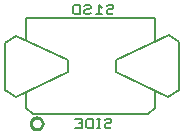
<source format=gbo>
G75*
%MOIN*%
%OFA0B0*%
%FSLAX24Y24*%
%IPPOS*%
%LPD*%
%AMOC8*
5,1,8,0,0,1.08239X$1,22.5*
%
%ADD10C,0.0100*%
%ADD11C,0.0050*%
%ADD12C,0.0070*%
D10*
X010082Y011233D02*
X010084Y011260D01*
X010090Y011287D01*
X010099Y011313D01*
X010112Y011337D01*
X010128Y011360D01*
X010147Y011379D01*
X010169Y011396D01*
X010193Y011410D01*
X010218Y011420D01*
X010245Y011427D01*
X010272Y011430D01*
X010300Y011429D01*
X010327Y011424D01*
X010353Y011416D01*
X010377Y011404D01*
X010400Y011388D01*
X010421Y011370D01*
X010438Y011349D01*
X010453Y011325D01*
X010464Y011300D01*
X010472Y011274D01*
X010476Y011247D01*
X010476Y011219D01*
X010472Y011192D01*
X010464Y011166D01*
X010453Y011141D01*
X010438Y011117D01*
X010421Y011096D01*
X010400Y011078D01*
X010378Y011062D01*
X010353Y011050D01*
X010327Y011042D01*
X010300Y011037D01*
X010272Y011036D01*
X010245Y011039D01*
X010218Y011046D01*
X010193Y011056D01*
X010169Y011070D01*
X010147Y011087D01*
X010128Y011106D01*
X010112Y011129D01*
X010099Y011153D01*
X010090Y011179D01*
X010084Y011206D01*
X010082Y011233D01*
D11*
X010154Y011530D02*
X014006Y011530D01*
X014230Y011754D01*
X014230Y012330D01*
X014645Y012113D02*
X012930Y012930D01*
X012930Y013330D01*
X014682Y014164D01*
X015030Y013945D01*
X015030Y012357D01*
X014645Y012113D01*
X014230Y013930D02*
X014230Y014730D01*
X009930Y014730D01*
X009930Y014030D01*
X009601Y014153D02*
X011330Y013330D01*
X011330Y012930D01*
X009601Y012107D01*
X009230Y012341D01*
X009230Y013919D01*
X009601Y014153D01*
X009930Y012230D02*
X009930Y011754D01*
X010154Y011530D01*
D12*
X011568Y011395D02*
X011788Y011395D01*
X011788Y011065D01*
X011568Y011065D01*
X011678Y011230D02*
X011788Y011230D01*
X011936Y011120D02*
X011991Y011065D01*
X012156Y011065D01*
X012156Y011395D01*
X011991Y011395D01*
X011936Y011340D01*
X011936Y011120D01*
X012292Y011065D02*
X012402Y011065D01*
X012347Y011065D02*
X012347Y011395D01*
X012402Y011395D02*
X012292Y011395D01*
X012550Y011340D02*
X012605Y011395D01*
X012715Y011395D01*
X012770Y011340D01*
X012770Y011285D01*
X012715Y011230D01*
X012605Y011230D01*
X012550Y011175D01*
X012550Y011120D01*
X012605Y011065D01*
X012715Y011065D01*
X012770Y011120D01*
X012777Y014865D02*
X012832Y014920D01*
X012777Y014865D02*
X012666Y014865D01*
X012611Y014920D01*
X012611Y014975D01*
X012666Y015030D01*
X012777Y015030D01*
X012832Y015085D01*
X012832Y015140D01*
X012777Y015195D01*
X012666Y015195D01*
X012611Y015140D01*
X012463Y015085D02*
X012353Y015195D01*
X012353Y014865D01*
X012463Y014865D02*
X012243Y014865D01*
X012095Y014920D02*
X012040Y014865D01*
X011930Y014865D01*
X011875Y014920D01*
X011875Y014975D01*
X011930Y015030D01*
X012040Y015030D01*
X012095Y015085D01*
X012095Y015140D01*
X012040Y015195D01*
X011930Y015195D01*
X011875Y015140D01*
X011727Y015195D02*
X011562Y015195D01*
X011506Y015140D01*
X011506Y014920D01*
X011562Y014865D01*
X011727Y014865D01*
X011727Y015195D01*
M02*

</source>
